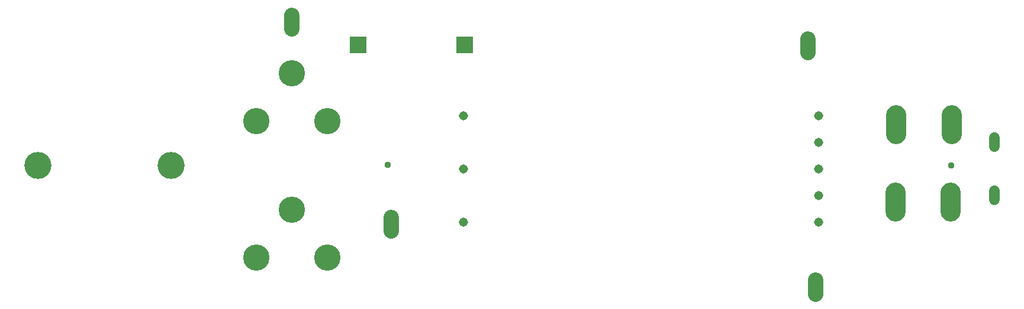
<source format=gbr>
G04 EAGLE Gerber X2 export*
%TF.Part,Single*%
%TF.FileFunction,Soldermask,Bot,1*%
%TF.FilePolarity,Negative*%
%TF.GenerationSoftware,Autodesk,EAGLE,9.1.3*%
%TF.CreationDate,2018-11-12T08:01:02Z*%
G75*
%MOMM*%
%FSLAX34Y34*%
%LPD*%
%AMOC8*
5,1,8,0,0,1.08239X$1,22.5*%
G01*
%ADD10R,2.489200X2.489200*%
%ADD11C,2.903200*%
%ADD12C,1.311200*%
%ADD13C,1.524000*%
%ADD14C,3.759200*%
%ADD15C,3.863200*%
%ADD16C,2.184400*%
%ADD17C,0.959600*%


D10*
X232688Y405975D03*
X385088Y405975D03*
D11*
X1002700Y305000D02*
X1002700Y278000D01*
X1081700Y278000D02*
X1081700Y305000D01*
X1080600Y194263D02*
X1080600Y167263D01*
X1001600Y167263D02*
X1001600Y194263D01*
D12*
X383800Y304700D03*
X383800Y228500D03*
X383800Y152300D03*
X891800Y152300D03*
X891800Y190400D03*
X891800Y228500D03*
X891800Y266600D03*
X891800Y304700D03*
D13*
X1142900Y273154D02*
X1142900Y259946D01*
X1142900Y196954D02*
X1142900Y183746D01*
D14*
X188800Y100900D03*
X138000Y169500D03*
X87200Y100900D03*
X188800Y296500D03*
X138000Y365100D03*
X87200Y296500D03*
D15*
X-34700Y233000D03*
X-225200Y233000D03*
D16*
X138000Y428894D02*
X138000Y448706D01*
X876100Y414806D02*
X876100Y394994D01*
X887400Y68806D02*
X887400Y48994D01*
X280000Y139294D02*
X280000Y159106D01*
D17*
X274938Y233863D03*
X1081400Y233463D03*
M02*

</source>
